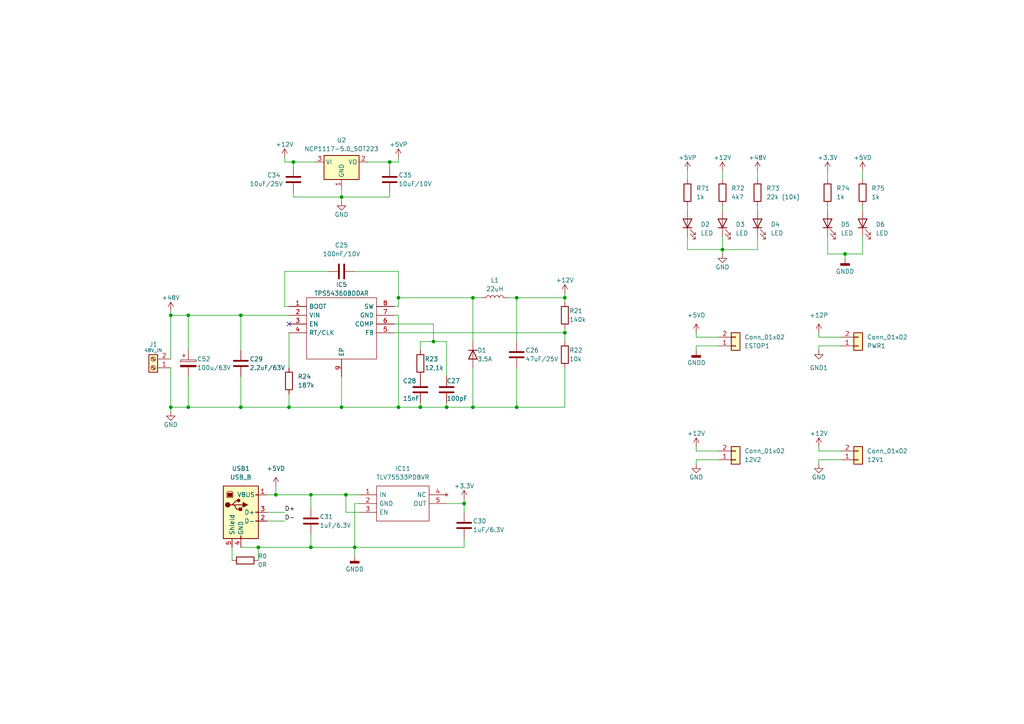
<source format=kicad_sch>
(kicad_sch (version 20230121) (generator eeschema)
  (paper "A4")
  (title_block (title "PCK Controller V1") (company "Josef Pecka"))
  (lib_symbols
    (symbol "Connector:Screw_Terminal_01x02" (pin_names (offset 1.016) hide)
      (property "Reference" "J" (at 0 2.54 0))
      (property "Value" "Screw_Terminal_01x02" (at 0 -5.08 0))
      (symbol "Screw_Terminal_01x02_1_1"
        (rectangle (start -1.27 1.27) (end 1.27 -3.81) (stroke (width 0.254)) (fill (type background)))
        (circle (center 0 -2.54) (radius 0.635) (stroke (width 0.1524)))
        (polyline (pts (xy -0.5334 -2.2098) (xy 0.3302 -3.048)) (stroke (width 0.1524)))
        (polyline (pts (xy -0.5334 0.3302) (xy 0.3302 -0.508)) (stroke (width 0.1524)))
        (polyline (pts (xy -0.3556 -2.032) (xy 0.508 -2.8702)) (stroke (width 0.1524)))
        (polyline (pts (xy -0.3556 0.508) (xy 0.508 -0.3302)) (stroke (width 0.1524)))
        (circle (center 0 0) (radius 0.635) (stroke (width 0.1524)))
        (pin passive line (at -5.08 0 0) (length 3.81) (name "Pin_1") (number "1"))
        (pin passive line (at -5.08 -2.54 0) (length 3.81) (name "Pin_2") (number "2"))
      )
    )
    (symbol "Connector:USB_B" (pin_names (offset 1.016))
      (property "Reference" "J" (at -5.08 11.43 0))
      (property "Value" "USB_B" (at -5.08 8.89 0))
      (symbol "USB_B_0_1"
        (rectangle (start -5.08 -7.62) (end 5.08 7.62) (stroke (width 0.254)) (fill (type background)))
        (circle (center -3.81 2.159) (radius 0.635) (stroke (width 0.254)) (fill (type outline)))
        (rectangle (start -3.81 5.588) (end -2.54 4.572) (fill (type outline)))
        (circle (center -0.635 3.429) (radius 0.381) (stroke (width 0.254)) (fill (type outline)))
        (rectangle (start -0.127 -7.62) (end 0.127 -6.858))
        (polyline (pts (xy -1.905 2.159) (xy 0.635 2.159)) (stroke (width 0.254)))
        (polyline (pts (xy -3.175 2.159) (xy -2.54 2.159) (xy -1.27 3.429) (xy -0.635 3.429)) (stroke (width 0.254)))
        (polyline (pts (xy -2.54 2.159) (xy -1.905 2.159) (xy -1.27 0.889) (xy 0 0.889)) (stroke (width 0.254)))
        (polyline (pts (xy 0.635 2.794) (xy 0.635 1.524) (xy 1.905 2.159) (xy 0.635 2.794)) (stroke (width 0.254)) (fill (type outline)))
        (polyline (pts (xy -4.064 4.318) (xy -2.286 4.318) (xy -2.286 5.715) (xy -2.667 6.096) (xy -3.683 6.096) (xy -4.064 5.715) (xy -4.064 4.318)))
        (rectangle (start 0.254 1.27) (end -0.508 0.508) (stroke (width 0.254)) (fill (type outline)))
        (rectangle (start 5.08 -2.667) (end 4.318 -2.413))
        (rectangle (start 5.08 -0.127) (end 4.318 0.127))
        (rectangle (start 5.08 4.953) (end 4.318 5.207))
      )
      (symbol "USB_B_1_1"
        (pin power_out line (at 7.62 5.08 180) (length 2.54) (name "VBUS") (number "1"))
        (pin bidirectional line (at 7.62 -2.54 180) (length 2.54) (name "D-") (number "2"))
        (pin bidirectional line (at 7.62 0 180) (length 2.54) (name "D+") (number "3"))
        (pin power_out line (at 0 -10.16 90) (length 2.54) (name "GND") (number "4"))
        (pin passive line (at -2.54 -10.16 90) (length 2.54) (name "Shield") (number "5"))
      )
    )
    (symbol "Connector_Generic:Conn_01x02" (pin_names (offset 1.016) hide)
      (property "Reference" "J" (at 0 2.54 0))
      (property "Value" "Conn_01x02" (at 0 -5.08 0))
      (symbol "Conn_01x02_1_1"
        (rectangle (start -1.27 -2.413) (end 0 -2.667) (stroke (width 0.1524)))
        (rectangle (start -1.27 0.127) (end 0 -0.127) (stroke (width 0.1524)))
        (rectangle (start -1.27 1.27) (end 1.27 -3.81) (stroke (width 0.254)) (fill (type background)))
        (pin passive line (at -5.08 0 0) (length 3.81) (name "Pin_1") (number "1"))
        (pin passive line (at -5.08 -2.54 0) (length 3.81) (name "Pin_2") (number "2"))
      )
    )
    (symbol "Device:C" (pin_numbers hide) (pin_names (offset 0.254))
      (property "Reference" "C" (at 0.635 2.54 0))
      (property "Value" "C" (at 0.635 -2.54 0))
      (symbol "C_0_1"
        (polyline (pts (xy -2.032 -0.762) (xy 2.032 -0.762)) (stroke (width 0.508)))
        (polyline (pts (xy -2.032 0.762) (xy 2.032 0.762)) (stroke (width 0.508)))
      )
      (symbol "C_1_1"
        (pin passive line (at 0 3.81 270) (length 2.794) (name "~") (number "1"))
        (pin passive line (at 0 -3.81 90) (length 2.794) (name "~") (number "2"))
      )
    )
    (symbol "Device:C_Polarized" (pin_numbers hide) (pin_names (offset 0.254))
      (property "Reference" "C" (at 0.635 2.54 0))
      (property "Value" "C_Polarized" (at 0.635 -2.54 0))
      (symbol "C_Polarized_0_1"
        (rectangle (start -2.286 0.508) (end 2.286 1.016))
        (polyline (pts (xy -1.778 2.286) (xy -0.762 2.286)))
        (polyline (pts (xy -1.27 2.794) (xy -1.27 1.778)))
        (rectangle (start 2.286 -0.508) (end -2.286 -1.016) (fill (type outline)))
      )
      (symbol "C_Polarized_1_1"
        (pin passive line (at 0 3.81 270) (length 2.794) (name "~") (number "1"))
        (pin passive line (at 0 -3.81 90) (length 2.794) (name "~") (number "2"))
      )
    )
    (symbol "Device:D" (pin_numbers hide) (pin_names (offset 1.016) hide)
      (property "Reference" "D" (at 0 2.54 0))
      (property "Value" "D" (at 0 -2.54 0))
      (symbol "D_0_1"
        (polyline (pts (xy -1.27 1.27) (xy -1.27 -1.27)) (stroke (width 0.254)))
        (polyline (pts (xy 1.27 0) (xy -1.27 0)))
        (polyline (pts (xy 1.27 1.27) (xy 1.27 -1.27) (xy -1.27 0) (xy 1.27 1.27)) (stroke (width 0.254)))
      )
      (symbol "D_1_1"
        (pin passive line (at -3.81 0 0) (length 2.54) (name "K") (number "1"))
        (pin passive line (at 3.81 0 180) (length 2.54) (name "A") (number "2"))
      )
    )
    (symbol "Device:L" (pin_numbers hide) (pin_names (offset 1.016) hide)
      (property "Reference" "L" (at -1.27 0 90))
      (property "Value" "L" (at 1.905 0 90))
      (symbol "L_0_1"
        (arc (start 0 -2.54) (mid 0.6323 -1.905) (end 0 -1.27))
        (arc (start 0 -1.27) (mid 0.6323 -0.635) (end 0 0))
        (arc (start 0 0) (mid 0.6323 0.635) (end 0 1.27))
        (arc (start 0 1.27) (mid 0.6323 1.905) (end 0 2.54))
      )
      (symbol "L_1_1"
        (pin passive line (at 0 3.81 270) (length 1.27) (name "1") (number "1"))
        (pin passive line (at 0 -3.81 90) (length 1.27) (name "2") (number "2"))
      )
    )
    (symbol "Device:LED" (pin_numbers hide) (pin_names (offset 1.016) hide)
      (property "Reference" "D" (at 0 2.54 0))
      (property "Value" "LED" (at 0 -2.54 0))
      (symbol "LED_0_1"
        (polyline (pts (xy -1.27 -1.27) (xy -1.27 1.27)) (stroke (width 0.254)))
        (polyline (pts (xy -1.27 0) (xy 1.27 0)))
        (polyline (pts (xy 1.27 -1.27) (xy 1.27 1.27) (xy -1.27 0) (xy 1.27 -1.27)) (stroke (width 0.254)))
        (polyline (pts (xy -3.048 -0.762) (xy -4.572 -2.286) (xy -3.81 -2.286) (xy -4.572 -2.286) (xy -4.572 -1.524)))
        (polyline (pts (xy -1.778 -0.762) (xy -3.302 -2.286) (xy -2.54 -2.286) (xy -3.302 -2.286) (xy -3.302 -1.524)))
      )
      (symbol "LED_1_1"
        (pin passive line (at -3.81 0 0) (length 2.54) (name "K") (number "1"))
        (pin passive line (at 3.81 0 180) (length 2.54) (name "A") (number "2"))
      )
    )
    (symbol "Device:R" (pin_numbers hide) (pin_names (offset 0))
      (property "Reference" "R" (at 2.032 0 90))
      (property "Value" "R" (at 0 0 90))
      (symbol "R_0_1"
        (rectangle (start -1.016 -2.54) (end 1.016 2.54) (stroke (width 0.254)))
      )
      (symbol "R_1_1"
        (pin passive line (at 0 3.81 270) (length 1.27) (name "~") (number "1"))
        (pin passive line (at 0 -3.81 90) (length 1.27) (name "~") (number "2"))
      )
    )
    (symbol "Regulator_Linear:NCP1117-5.0_SOT223"
      (property "Reference" "U" (at -3.81 3.175 0))
      (property "Value" "NCP1117-5.0_SOT223" (at 0 3.175 0))
      (symbol "NCP1117-5.0_SOT223_0_1"
        (rectangle (start -5.08 -5.08) (end 5.08 1.905) (stroke (width 0.254)) (fill (type background)))
      )
      (symbol "NCP1117-5.0_SOT223_1_1"
        (pin power_in line (at 0 -7.62 90) (length 2.54) (name "GND") (number "1"))
        (pin power_out line (at 7.62 0 180) (length 2.54) (name "VO") (number "2"))
        (pin power_in line (at -7.62 0 0) (length 2.54) (name "VI") (number "3"))
      )
    )
    (symbol "SamacSys_Parts:TLV75533PDBVR" (pin_names (offset 0.762))
      (property "Reference" "IC" (at 21.59 7.62 0))
      (property "Value" "TLV75533PDBVR" (at 21.59 5.08 0))
      (symbol "TLV75533PDBVR_0_0"
        (pin passive line (at 0 0 0) (length 5.08) (name "IN") (number "1"))
        (pin passive line (at 0 -2.54 0) (length 5.08) (name "GND") (number "2"))
        (pin passive line (at 0 -5.08 0) (length 5.08) (name "EN") (number "3"))
        (pin no_connect line (at 25.4 0 180) (length 5.08) (name "NC") (number "4"))
        (pin passive line (at 25.4 -2.54 180) (length 5.08) (name "OUT") (number "5"))
      )
      (symbol "TLV75533PDBVR_0_1"
        (polyline (pts (xy 5.08 2.54) (xy 20.32 2.54) (xy 20.32 -7.62) (xy 5.08 -7.62) (xy 5.08 2.54)) (stroke (width 0.1524)))
      )
    )
    (symbol "SamacSys_Parts:TPS54360BDDAR" (pin_names (offset 0.762))
      (property "Reference" "IC" (at 26.67 7.62 0))
      (property "Value" "TPS54360BDDAR" (at 26.67 5.08 0))
      (symbol "TPS54360BDDAR_0_0"
        (pin passive line (at 0 0 0) (length 5.08) (name "BOOT") (number "1"))
        (pin passive line (at 0 -2.54 0) (length 5.08) (name "VIN") (number "2"))
        (pin passive line (at 0 -5.08 0) (length 5.08) (name "EN") (number "3"))
        (pin passive line (at 0 -7.62 0) (length 5.08) (name "RT/CLK") (number "4"))
        (pin passive line (at 30.48 -7.62 180) (length 5.08) (name "FB") (number "5"))
        (pin passive line (at 30.48 -5.08 180) (length 5.08) (name "COMP") (number "6"))
        (pin passive line (at 30.48 -2.54 180) (length 5.08) (name "GND") (number "7"))
        (pin passive line (at 30.48 0 180) (length 5.08) (name "SW") (number "8"))
        (pin passive line (at 15.24 -20.32 90) (length 5.08) (name "EP") (number "9"))
      )
      (symbol "TPS54360BDDAR_0_1"
        (polyline (pts (xy 5.08 2.54) (xy 25.4 2.54) (xy 25.4 -15.24) (xy 5.08 -15.24) (xy 5.08 2.54)) (stroke (width 0.1524)))
      )
    )
    (symbol "power:+12P" (power) (pin_names (offset 0))
      (property "Value" "+12P" (at 0 3.556 0))
      (symbol "+12P_0_1"
        (polyline (pts (xy -0.762 1.27) (xy 0 2.54)))
        (polyline (pts (xy 0 0) (xy 0 2.54)))
        (polyline (pts (xy 0 2.54) (xy 0.762 1.27)))
      )
      (symbol "+12P_1_1"
        (pin power_in line (at 0 0 90) (length 0) hide (name "+12P") (number "1"))
      )
    )
    (symbol "power:+12V" (power) (pin_names (offset 0))
      (property "Value" "+12V" (at 0 3.556 0))
      (symbol "+12V_0_1"
        (polyline (pts (xy -0.762 1.27) (xy 0 2.54)))
        (polyline (pts (xy 0 0) (xy 0 2.54)))
        (polyline (pts (xy 0 2.54) (xy 0.762 1.27)))
      )
      (symbol "+12V_1_1"
        (pin power_in line (at 0 0 90) (length 0) hide (name "+12V") (number "1"))
      )
    )
    (symbol "power:+3.3V" (power) (pin_names (offset 0))
      (property "Value" "+3.3V" (at 0 3.556 0))
      (symbol "+3.3V_0_1"
        (polyline (pts (xy -0.762 1.27) (xy 0 2.54)))
        (polyline (pts (xy 0 0) (xy 0 2.54)))
        (polyline (pts (xy 0 2.54) (xy 0.762 1.27)))
      )
      (symbol "+3.3V_1_1"
        (pin power_in line (at 0 0 90) (length 0) hide (name "+3.3V") (number "1"))
      )
    )
    (symbol "power:+48V" (power) (pin_names (offset 0))
      (property "Value" "+48V" (at 0 3.556 0))
      (symbol "+48V_0_1"
        (polyline (pts (xy -0.762 1.27) (xy 0 2.54)))
        (polyline (pts (xy 0 0) (xy 0 2.54)))
        (polyline (pts (xy 0 2.54) (xy 0.762 1.27)))
      )
      (symbol "+48V_1_1"
        (pin power_in line (at 0 0 90) (length 0) hide (name "+48V") (number "1"))
      )
    )
    (symbol "power:+5VD" (power) (pin_names (offset 0))
      (property "Value" "+5VD" (at 0 3.556 0))
      (symbol "+5VD_0_1"
        (polyline (pts (xy -0.762 1.27) (xy 0 2.54)))
        (polyline (pts (xy 0 0) (xy 0 2.54)))
        (polyline (pts (xy 0 2.54) (xy 0.762 1.27)))
      )
      (symbol "+5VD_1_1"
        (pin power_in line (at 0 0 90) (length 0) hide (name "+5VD") (number "1"))
      )
    )
    (symbol "power:+5VP" (power) (pin_names (offset 0))
      (property "Value" "+5VP" (at 0 3.556 0))
      (symbol "+5VP_0_1"
        (polyline (pts (xy -0.762 1.27) (xy 0 2.54)))
        (polyline (pts (xy 0 0) (xy 0 2.54)))
        (polyline (pts (xy 0 2.54) (xy 0.762 1.27)))
      )
      (symbol "+5VP_1_1"
        (pin power_in line (at 0 0 90) (length 0) hide (name "+5VP") (number "1"))
      )
    )
    (symbol "power:GND" (power) (pin_names (offset 0))
      (property "Value" "GND" (at 0 -3.81 0))
      (symbol "GND_0_1"
        (polyline (pts (xy 0 0) (xy 0 -1.27) (xy 1.27 -1.27) (xy 0 -2.54) (xy -1.27 -1.27) (xy 0 -1.27)))
      )
      (symbol "GND_1_1"
        (pin power_in line (at 0 0 270) (length 0) hide (name "GND") (number "1"))
      )
    )
    (symbol "power:GND1" (power) (pin_names (offset 0))
      (property "Value" "GND1" (at 0 -3.81 0))
      (symbol "GND1_0_1"
        (polyline (pts (xy 0 0) (xy 0 -1.27) (xy 1.27 -1.27) (xy 0 -2.54) (xy -1.27 -1.27) (xy 0 -1.27)))
      )
      (symbol "GND1_1_1"
        (pin power_in line (at 0 0 270) (length 0) hide (name "GND1") (number "1"))
      )
    )
    (symbol "power:GNDD" (power) (pin_names (offset 0))
      (property "Value" "GNDD" (at 0 -3.175 0))
      (symbol "GNDD_0_1"
        (rectangle (start -1.27 -1.524) (end 1.27 -2.032) (stroke (width 0.254)) (fill (type outline)))
        (polyline (pts (xy 0 0) (xy 0 -1.524)))
      )
      (symbol "GNDD_1_1"
        (pin power_in line (at 0 0 270) (length 0) hide (name "GNDD") (number "1"))
      )
    )
  )
  (junction (at 69.85 91.44))
  (junction (at 49.53 91.44))
  (junction (at 115.57 86.36))
  (junction (at 54.61 91.44))
  (junction (at 129.54 118.11))
  (junction (at 137.16 118.11))
  (junction (at 245.11 73.66))
  (junction (at 69.85 118.11))
  (junction (at 90.17 143.51))
  (junction (at 121.92 118.11))
  (junction (at 115.57 118.11))
  (junction (at 90.17 158.75))
  (junction (at 163.83 96.52))
  (junction (at 83.82 118.11))
  (junction (at 99.06 118.11))
  (junction (at 85.09 46.99))
  (junction (at 74.93 158.75))
  (junction (at 137.16 86.36))
  (junction (at 54.61 118.11))
  (junction (at 80.01 143.51))
  (junction (at 149.86 86.36))
  (junction (at 125.73 99.06))
  (junction (at 100.33 143.51))
  (junction (at 102.87 158.75))
  (junction (at 113.03 46.99))
  (junction (at 134.62 146.05))
  (junction (at 99.06 57.15))
  (junction (at 163.83 86.36))
  (junction (at 209.55 72.39))
  (junction (at 149.86 118.11))
  (junction (at 49.53 118.11))
  (no_connect (at 83.82 93.98))
  (wire (pts (xy 49.53 91.44) (xy 49.53 90.17)))
  (wire (pts (xy 209.55 49.53) (xy 209.55 52.07)))
  (wire (pts (xy 54.61 118.11) (xy 69.85 118.11)))
  (wire (pts (xy 149.86 118.11) (xy 149.86 106.68)))
  (wire (pts (xy 85.09 46.99) (xy 91.44 46.99)))
  (wire (pts (xy 199.39 72.39) (xy 209.55 72.39)))
  (wire (pts (xy 134.62 144.78) (xy 134.62 146.05)))
  (wire (pts (xy 85.09 55.88) (xy 85.09 57.15)))
  (wire (pts (xy 83.82 118.11) (xy 99.06 118.11)))
  (wire (pts (xy 240.03 49.53) (xy 240.03 52.07)))
  (wire (pts (xy 237.49 130.81) (xy 243.84 130.81)))
  (wire (pts (xy 113.03 46.99) (xy 113.03 48.26)))
  (wire (pts (xy 115.57 86.36) (xy 115.57 88.9)))
  (wire (pts (xy 102.87 78.74) (xy 115.57 78.74)))
  (wire (pts (xy 83.82 114.3) (xy 83.82 118.11)))
  (wire (pts (xy 240.03 73.66) (xy 245.11 73.66)))
  (wire (pts (xy 77.47 148.59) (xy 82.55 148.59)))
  (wire (pts (xy 102.87 158.75) (xy 134.62 158.75)))
  (wire (pts (xy 219.71 72.39) (xy 219.71 68.58)))
  (wire (pts (xy 129.54 146.05) (xy 134.62 146.05)))
  (wire (pts (xy 129.54 118.11) (xy 137.16 118.11)))
  (wire (pts (xy 149.86 86.36) (xy 149.86 99.06)))
  (wire (pts (xy 69.85 91.44) (xy 83.82 91.44)))
  (wire (pts (xy 201.93 133.35) (xy 208.28 133.35)))
  (wire (pts (xy 99.06 118.11) (xy 115.57 118.11)))
  (wire (pts (xy 134.62 156.21) (xy 134.62 158.75)))
  (wire (pts (xy 54.61 109.22) (xy 54.61 118.11)))
  (wire (pts (xy 250.19 59.69) (xy 250.19 60.96)))
  (wire (pts (xy 115.57 46.99) (xy 115.57 45.72)))
  (wire (pts (xy 219.71 49.53) (xy 219.71 52.07)))
  (wire (pts (xy 149.86 86.36) (xy 163.83 86.36)))
  (wire (pts (xy 121.92 116.84) (xy 121.92 118.11)))
  (wire (pts (xy 134.62 146.05) (xy 134.62 148.59)))
  (wire (pts (xy 113.03 57.15) (xy 113.03 55.88)))
  (wire (pts (xy 147.32 86.36) (xy 149.86 86.36)))
  (wire (pts (xy 237.49 96.52) (xy 237.49 97.79)))
  (wire (pts (xy 115.57 78.74) (xy 115.57 86.36)))
  (wire (pts (xy 49.53 91.44) (xy 54.61 91.44)))
  (wire (pts (xy 115.57 118.11) (xy 121.92 118.11)))
  (wire (pts (xy 99.06 57.15) (xy 113.03 57.15)))
  (wire (pts (xy 240.03 68.58) (xy 240.03 73.66)))
  (wire (pts (xy 245.11 74.93) (xy 245.11 73.66)))
  (wire (pts (xy 90.17 154.94) (xy 90.17 158.75)))
  (wire (pts (xy 82.55 88.9) (xy 83.82 88.9)))
  (wire (pts (xy 67.31 158.75) (xy 67.31 162.56)))
  (wire (pts (xy 90.17 158.75) (xy 102.87 158.75)))
  (wire (pts (xy 201.93 129.54) (xy 201.93 130.81)))
  (wire (pts (xy 250.19 49.53) (xy 250.19 52.07)))
  (wire (pts (xy 208.28 97.79) (xy 201.93 97.79)))
  (wire (pts (xy 137.16 106.68) (xy 137.16 118.11)))
  (wire (pts (xy 114.3 96.52) (xy 163.83 96.52)))
  (wire (pts (xy 114.3 91.44) (xy 115.57 91.44)))
  (wire (pts (xy 199.39 49.53) (xy 199.39 52.07)))
  (wire (pts (xy 209.55 68.58) (xy 209.55 72.39)))
  (wire (pts (xy 245.11 73.66) (xy 250.19 73.66)))
  (wire (pts (xy 201.93 130.81) (xy 208.28 130.81)))
  (wire (pts (xy 114.3 93.98) (xy 125.73 93.98)))
  (wire (pts (xy 209.55 73.66) (xy 209.55 72.39)))
  (wire (pts (xy 82.55 88.9) (xy 82.55 78.74)))
  (wire (pts (xy 82.55 45.72) (xy 82.55 46.99)))
  (wire (pts (xy 83.82 96.52) (xy 83.82 106.68)))
  (wire (pts (xy 237.49 101.6) (xy 237.49 100.33)))
  (wire (pts (xy 201.93 134.62) (xy 201.93 133.35)))
  (wire (pts (xy 77.47 143.51) (xy 80.01 143.51)))
  (wire (pts (xy 49.53 106.68) (xy 49.53 118.11)))
  (wire (pts (xy 129.54 99.06) (xy 129.54 109.22)))
  (wire (pts (xy 49.53 91.44) (xy 49.53 104.14)))
  (wire (pts (xy 90.17 147.32) (xy 90.17 143.51)))
  (wire (pts (xy 149.86 118.11) (xy 163.83 118.11)))
  (wire (pts (xy 163.83 86.36) (xy 163.83 85.09)))
  (wire (pts (xy 69.85 101.6) (xy 69.85 91.44)))
  (wire (pts (xy 240.03 59.69) (xy 240.03 60.96)))
  (wire (pts (xy 99.06 109.22) (xy 99.06 118.11)))
  (wire (pts (xy 121.92 118.11) (xy 129.54 118.11)))
  (wire (pts (xy 163.83 95.25) (xy 163.83 96.52)))
  (wire (pts (xy 121.92 99.06) (xy 125.73 99.06)))
  (wire (pts (xy 199.39 68.58) (xy 199.39 72.39)))
  (wire (pts (xy 80.01 143.51) (xy 90.17 143.51)))
  (wire (pts (xy 69.85 158.75) (xy 74.93 158.75)))
  (wire (pts (xy 250.19 73.66) (xy 250.19 68.58)))
  (wire (pts (xy 104.14 148.59) (xy 100.33 148.59)))
  (wire (pts (xy 77.47 151.13) (xy 82.55 151.13)))
  (wire (pts (xy 54.61 91.44) (xy 69.85 91.44)))
  (wire (pts (xy 100.33 143.51) (xy 104.14 143.51)))
  (wire (pts (xy 137.16 86.36) (xy 139.7 86.36)))
  (wire (pts (xy 199.39 59.69) (xy 199.39 60.96)))
  (wire (pts (xy 115.57 86.36) (xy 137.16 86.36)))
  (wire (pts (xy 100.33 143.51) (xy 100.33 148.59)))
  (wire (pts (xy 102.87 146.05) (xy 102.87 158.75)))
  (wire (pts (xy 54.61 91.44) (xy 54.61 101.6)))
  (wire (pts (xy 237.49 134.62) (xy 237.49 133.35)))
  (wire (pts (xy 219.71 59.69) (xy 219.71 60.96)))
  (wire (pts (xy 237.49 97.79) (xy 243.84 97.79)))
  (wire (pts (xy 74.93 158.75) (xy 90.17 158.75)))
  (wire (pts (xy 209.55 72.39) (xy 219.71 72.39)))
  (wire (pts (xy 201.93 97.79) (xy 201.93 96.52)))
  (wire (pts (xy 102.87 161.29) (xy 102.87 158.75)))
  (wire (pts (xy 69.85 109.22) (xy 69.85 118.11)))
  (wire (pts (xy 201.93 100.33) (xy 201.93 101.6)))
  (wire (pts (xy 49.53 118.11) (xy 54.61 118.11)))
  (wire (pts (xy 82.55 78.74) (xy 95.25 78.74)))
  (wire (pts (xy 106.68 46.99) (xy 113.03 46.99)))
  (wire (pts (xy 137.16 86.36) (xy 137.16 99.06)))
  (wire (pts (xy 80.01 140.97) (xy 80.01 143.51)))
  (wire (pts (xy 209.55 59.69) (xy 209.55 60.96)))
  (wire (pts (xy 163.83 96.52) (xy 163.83 99.06)))
  (wire (pts (xy 99.06 58.42) (xy 99.06 57.15)))
  (wire (pts (xy 137.16 118.11) (xy 149.86 118.11)))
  (wire (pts (xy 163.83 86.36) (xy 163.83 87.63)))
  (wire (pts (xy 49.53 119.38) (xy 49.53 118.11)))
  (wire (pts (xy 99.06 54.61) (xy 99.06 57.15)))
  (wire (pts (xy 129.54 116.84) (xy 129.54 118.11)))
  (wire (pts (xy 237.49 129.54) (xy 237.49 130.81)))
  (wire (pts (xy 237.49 133.35) (xy 243.84 133.35)))
  (wire (pts (xy 69.85 118.11) (xy 83.82 118.11)))
  (wire (pts (xy 121.92 99.06) (xy 121.92 101.6)))
  (wire (pts (xy 85.09 48.26) (xy 85.09 46.99)))
  (wire (pts (xy 115.57 88.9) (xy 114.3 88.9)))
  (wire (pts (xy 208.28 100.33) (xy 201.93 100.33)))
  (wire (pts (xy 163.83 106.68) (xy 163.83 118.11)))
  (wire (pts (xy 104.14 146.05) (xy 102.87 146.05)))
  (wire (pts (xy 85.09 57.15) (xy 99.06 57.15)))
  (wire (pts (xy 125.73 99.06) (xy 129.54 99.06)))
  (wire (pts (xy 237.49 100.33) (xy 243.84 100.33)))
  (wire (pts (xy 125.73 93.98) (xy 125.73 99.06)))
  (wire (pts (xy 113.03 46.99) (xy 115.57 46.99)))
  (wire (pts (xy 90.17 143.51) (xy 100.33 143.51)))
  (wire (pts (xy 82.55 46.99) (xy 85.09 46.99)))
  (wire (pts (xy 115.57 91.44) (xy 115.57 118.11)))
  (wire (pts (xy 74.93 158.75) (xy 74.93 162.56)))
  (label "D+" (at 82.55 148.59 0))
  (label "D-" (at 82.55 151.13 0))
  (symbol (lib_id "power:+5VP") (at 199.39 49.53 0) (unit 1)
    (property "Reference" "#PWR0162" (effects hide))
    (property "Value" "+5VP" (at 199.39 45.72 0))
    (instances (project "CNC_board" (path "" (reference "#PWR0162") (unit 1))) (project "Schematic_export" (path "" (reference "#PWR0153") (unit 1))))
  )
  (symbol (lib_id "Regulator_Linear:NCP1117-5.0_SOT223") (at 99.06 46.99 0) (unit 1)
    (property "Reference" "U2" (at 99.06 40.64 0))
    (property "Value" "NCP1117-5.0_SOT223" (at 99.06 43.18 0))
    (property "Footprint" "Package_TO_SOT_SMD:SOT-223-3_TabPin2" (effects hide))
    (property "Datasheet" "http://www.onsemi.com/pub_link/Collateral/NCP1117-D.PDF" (effects hide))
    (instances (project "CNC_board" (path "" (reference "U2") (unit 1))) (project "Schematic_export" (path "" (reference "U18") (unit 1))))
  )
  (symbol (lib_id "Device:C") (at 113.03 52.07 0) (unit 1)
    (property "Reference" "C35" (at 115.57 50.8 0) (effects (justify left)))
    (property "Value" "10uF/10V" (at 115.57 53.34 0) (effects (justify left)))
    (property "Footprint" "Capacitor_SMD:C_0805_2012Metric" (effects hide))
    (instances (project "CNC_board" (path "" (reference "C35") (unit 1))) (project "Schematic_export" (path "" (reference "C61") (unit 1))))
  )
  (symbol (lib_id "power:+3.3V") (at 240.03 49.53 0) (unit 1)
    (property "Reference" "#PWR0165" (effects hide))
    (property "Value" "+3.3V" (at 240.03 45.72 0))
    (instances (project "CNC_board" (path "" (reference "#PWR0165") (unit 1))) (project "Schematic_export" (path "" (reference "#PWR0157") (unit 1))))
  )
  (symbol (lib_id "power:+5VD") (at 250.19 49.53 0) (unit 1)
    (property "Reference" "#PWR0166" (effects hide))
    (property "Value" "+5VD" (at 250.19 45.72 0))
    (instances (project "CNC_board" (path "" (reference "#PWR0166") (unit 1))) (project "Schematic_export" (path "" (reference "#PWR0159") (unit 1))))
  )
  (symbol (lib_id "power:+12V") (at 201.93 129.54 0) (unit 1)
    (property "Reference" "#PWR0158" (effects hide))
    (property "Value" "+12V" (at 201.93 125.73 0))
    (instances (project "CNC_board" (path "" (reference "#PWR0158") (unit 1))) (project "Schematic_export" (path "" (reference "#PWR0164") (unit 1))))
  )
  (symbol (lib_id "power:GND1") (at 237.49 101.6 0) (unit 1)
    (property "Reference" "#PWR0147" (effects hide))
    (property "Value" "GND1" (at 237.49 106.68 0))
    (instances (project "CNC_board" (path "" (reference "#PWR0147") (unit 1))) (project "Schematic_export" (path "" (reference "#PWR0161") (unit 1))))
  )
  (symbol (lib_id "power:GND") (at 49.53 119.38 0) (unit 1)
    (property "Reference" "#PWR022" (effects hide))
    (property "Value" "GND" (at 49.53 123.19 0))
    (instances (project "CNC_board" (path "" (reference "#PWR022") (unit 1))) (project "Schematic_export" (path "" (reference "#PWR0145") (unit 1))) (project "CNC_controll_board" (path "" (reference "#PWR06") (unit 1))))
  )
  (symbol (lib_id "power:GND") (at 209.55 73.66 0) (unit 1)
    (property "Reference" "#PWR0161" (effects hide))
    (property "Value" "GND" (at 209.55 77.47 0))
    (instances (project "CNC_board" (path "" (reference "#PWR0161") (unit 1))) (project "Schematic_export" (path "" (reference "#PWR0155") (unit 1))) (project "CNC_controll_board" (path "" (reference "#PWR03") (unit 1))))
  )
  (symbol (lib_id "Device:R") (at 163.83 102.87 0) (unit 1)
    (property "Reference" "R22" (at 165.1 101.6 0) (effects (justify left)))
    (property "Value" "10k" (at 165.1 104.14 0) (effects (justify left)))
    (property "Footprint" "Resistor_SMD:R_0603_1608Metric" (effects hide))
    (instances (project "CNC_board" (path "" (reference "R22") (unit 1))) (project "Schematic_export" (path "" (reference "R78") (unit 1))))
  )
  (symbol (lib_id "power:+48V") (at 219.71 49.53 0) (unit 1)
    (property "Reference" "#PWR0164" (effects hide))
    (property "Value" "+48V" (at 219.71 45.72 0))
    (instances (project "CNC_board" (path "" (reference "#PWR0164") (unit 1))) (project "Schematic_export" (path "" (reference "#PWR0156") (unit 1))))
  )
  (symbol (lib_id "Device:C") (at 134.62 152.4 0) (unit 1)
    (property "Reference" "C30" (at 137.16 151.13 0) (effects (justify left)))
    (property "Value" "1uF/6.3V" (at 137.16 153.67 0) (effects (justify left)))
    (property "Footprint" "Capacitor_SMD:C_0402_1005Metric" (effects hide))
    (instances (project "CNC_board" (path "" (reference "C30") (unit 1))) (project "Schematic_export" (path "" (reference "C66") (unit 1))))
  )
  (symbol (lib_id "Connector_Generic:Conn_01x02") (at 213.36 133.35 0) (mirror x) (unit 1)
    (property "Reference" "12V2" (at 215.9 133.35 0) (effects (justify left)))
    (property "Value" "Conn_01x02" (at 215.9 130.81 0) (effects (justify left)))
    (property "Footprint" "Connector_JST:JST_XH_B2B-XH-A_1x02_P2.50mm_Vertical" (effects hide))
  )
  (symbol (lib_id "Device:R") (at 199.39 55.88 0) (unit 1)
    (property "Reference" "R71" (at 201.93 54.61 0) (effects (justify left)))
    (property "Value" "1k" (at 201.93 57.15 0) (effects (justify left)))
    (property "Footprint" "Resistor_SMD:R_0603_1608Metric" (effects hide))
    (instances (project "CNC_board" (path "" (reference "R71") (unit 1))) (project "Schematic_export" (path "" (reference "R80") (unit 1))))
  )
  (symbol (lib_id "power:GND") (at 201.93 134.62 0) (unit 1)
    (property "Reference" "#PWR0160" (effects hide))
    (property "Value" "GND" (at 201.93 138.43 0))
    (instances (project "CNC_board" (path "" (reference "#PWR0160") (unit 1))) (project "Schematic_export" (path "" (reference "#PWR0165") (unit 1))) (project "CNC_controll_board" (path "" (reference "#PWR06") (unit 1))))
  )
  (symbol (lib_id "power:+5VD") (at 80.01 140.97 0) (unit 1)
    (property "Reference" "#PWR0105" (effects hide))
    (property "Value" "+5VD" (at 80.01 135.89 0))
    (instances (project "CNC_board" (path "" (reference "#PWR0105") (unit 1))) (project "Schematic_export" (path "" (reference "#PWR0150") (unit 1))))
  )
  (symbol (lib_id "power:+12V") (at 237.49 129.54 0) (unit 1)
    (property "Reference" "#PWR0149" (effects hide))
    (property "Value" "+12V" (at 237.49 125.73 0))
    (instances (project "CNC_board" (path "" (reference "#PWR0149") (unit 1))) (project "Schematic_export" (path "" (reference "#PWR0162") (unit 1))))
  )
  (symbol (lib_id "power:GNDD") (at 102.87 161.29 0) (unit 1)
    (property "Reference" "#PWR025" (effects hide))
    (property "Value" "GNDD" (at 102.87 165.1 0))
    (instances (project "CNC_board" (path "" (reference "#PWR025") (unit 1))) (project "Schematic_export" (path "" (reference "#PWR0151") (unit 1))))
  )
  (symbol (lib_id "power:+5VP") (at 115.57 45.72 0) (unit 1)
    (property "Reference" "#PWR052" (effects hide))
    (property "Value" "+5VP" (at 115.57 41.91 0))
    (instances (project "CNC_board" (path "" (reference "#PWR052") (unit 1))) (project "Schematic_export" (path "" (reference "#PWR0148") (unit 1))))
  )
  (symbol (lib_id "Device:R") (at 209.55 55.88 0) (unit 1)
    (property "Reference" "R72" (at 212.09 54.61 0) (effects (justify left)))
    (property "Value" "4k7" (at 212.09 57.15 0) (effects (justify left)))
    (property "Footprint" "Resistor_SMD:R_0603_1608Metric" (effects hide))
    (instances (project "CNC_board" (path "" (reference "R72") (unit 1))) (project "Schematic_export" (path "" (reference "R81") (unit 1))))
  )
  (symbol (lib_id "Connector_Generic:Conn_01x02") (at 248.92 133.35 0) (mirror x) (unit 1)
    (property "Reference" "12V1" (at 251.46 133.35 0) (effects (justify left)))
    (property "Value" "Conn_01x02" (at 251.46 130.81 0) (effects (justify left)))
    (property "Footprint" "Connector_JST:JST_XH_B2B-XH-A_1x02_P2.50mm_Vertical" (effects hide))
  )
  (symbol (lib_id "Device:L") (at 143.51 86.36 90) (unit 1)
    (property "Reference" "L1" (at 143.51 81.28 90))
    (property "Value" "22uH" (at 143.51 83.82 90))
    (property "Footprint" "Inductor_SMD:L_12x12mm_H8mm" (effects hide))
  )
  (symbol (lib_id "SamacSys_Parts:TPS54360BDDAR") (at 83.82 88.9 0) (unit 1)
    (property "Reference" "IC5" (at 99.06 82.55 0))
    (property "Value" "TPS54360BDDAR" (at 99.06 85.09 0))
    (property "Footprint" "SamacSys_Parts:SOIC127P600X170-9N" (effects hide))
    (property "Datasheet" "http://www.ti.com/lit/gpn/TPS54360B" (effects hide))
    (property "Description" "60-V input, 3.5-A, step-down DC/DC converter with Eco-Mode" (effects hide))
    (property "Height" "1.7" (effects hide))
    (property "Mouser Part Number" "595-TPS54360BDDAR" (effects hide))
    (property "Mouser Price/Stock" "https://www.mouser.co.uk/ProductDetail/Texas-Instruments/TPS54360BDDAR?qs=l7cgNqFNU1iKlQpZ394odQ%3D%3D" (effects hide))
    (property "Manufacturer_Name" "Texas Instruments" (effects hide))
    (property "Manufacturer_Part_Number" "TPS54360BDDAR" (effects hide))
    (instances (project "CNC_board" (path "" (reference "IC5") (unit 1))) (project "Schematic_export" (path "" (reference "IC11") (unit 1))))
  )
  (symbol (lib_id "Device:C") (at 85.09 52.07 0) (unit 1)
    (property "Reference" "C34" (at 77.47 50.8 0) (effects (justify left)))
    (property "Value" "10uF/25V" (at 72.39 53.34 0) (effects (justify left)))
    (property "Footprint" "Capacitor_SMD:C_0805_2012Metric" (effects hide))
    (instances (project "CNC_board" (path "" (reference "C34") (unit 1))) (project "Schematic_export" (path "" (reference "C59") (unit 1))))
  )
  (symbol (lib_id "power:+12V") (at 163.83 85.09 0) (unit 1)
    (property "Reference" "#PWR021" (effects hide))
    (property "Value" "+12V" (at 163.83 81.28 0))
    (instances (project "CNC_board" (path "" (reference "#PWR021") (unit 1))) (project "Schematic_export" (path "" (reference "#PWR0149") (unit 1))))
  )
  (symbol (lib_id "Device:R") (at 83.82 110.49 0) (unit 1)
    (property "Reference" "R24" (at 86.36 109.22 0) (effects (justify left)))
    (property "Value" "187k" (at 86.36 111.76 0) (effects (justify left)))
    (property "Footprint" "Resistor_SMD:R_0603_1608Metric" (effects hide))
    (instances (project "CNC_board" (path "" (reference "R24") (unit 1))) (project "Schematic_export" (path "" (reference "R75") (unit 1))))
  )
  (symbol (lib_id "power:GNDD") (at 245.11 74.93 0) (unit 1)
    (property "Reference" "#PWR0167" (effects hide))
    (property "Value" "GNDD" (at 245.11 78.74 0))
    (instances (project "CNC_board" (path "" (reference "#PWR0167") (unit 1))) (project "Schematic_export" (path "" (reference "#PWR0158") (unit 1))))
  )
  (symbol (lib_id "Device:R") (at 240.03 55.88 0) (unit 1)
    (property "Reference" "R74" (at 242.57 54.61 0) (effects (justify left)))
    (property "Value" "1k" (at 242.57 57.15 0) (effects (justify left)))
    (property "Footprint" "Resistor_SMD:R_0402_1005Metric" (effects hide))
    (instances (project "CNC_board" (path "" (reference "R74") (unit 1))) (project "Schematic_export" (path "" (reference "R83") (unit 1))))
  )
  (symbol (lib_id "Device:LED") (at 199.39 64.77 90) (unit 1)
    (property "Reference" "D2" (at 203.2 65.0875 90) (effects (justify right)))
    (property "Value" "LED" (at 203.2 67.6275 90) (effects (justify right)))
    (property "Footprint" "LED_SMD:LED_0603_1608Metric" (effects hide))
  )
  (symbol (lib_id "Device:C") (at 149.86 102.87 0) (unit 1)
    (property "Reference" "C26" (at 152.4 101.6 0) (effects (justify left)))
    (property "Value" "47uF/25V" (at 152.4 104.14 0) (effects (font (size 1.25 1.25)) (justify left)))
    (property "Footprint" "Capacitor_SMD:C_1210_3225Metric" (effects hide))
    (instances (project "CNC_board" (path "" (reference "C26") (unit 1))) (project "Schematic_export" (path "" (reference "C64") (unit 1))) (project "CNC_controll_board" (path "" (reference "C5") (unit 1))))
  )
  (symbol (lib_id "Connector:Screw_Terminal_01x02") (at 44.45 106.68 180) (unit 1)
    (property "Reference" "J1" (at 44.4905 99.8839 0))
    (property "Value" "48V_IN" (at 44.45 101.6 0) (effects (font (size 1 1))))
    (property "Footprint" "TerminalBlock_Phoenix:TerminalBlock_Phoenix_MKDS-1,5-2_1x02_P5.00mm_Horizontal" (effects hide))
    (instances (project "CNC_board" (path "" (reference "J1") (unit 1))) (project "Schematic_export" (path "" (reference "J42") (unit 1))))
  )
  (symbol (lib_id "power:+48V") (at 49.53 90.17 0) (unit 1)
    (property "Reference" "#PWR024" (effects hide))
    (property "Value" "+48V" (at 49.53 86.36 0))
    (instances (project "CNC_board" (path "" (reference "#PWR024") (unit 1))) (project "Schematic_export" (path "" (reference "#PWR0144") (unit 1))))
  )
  (symbol (lib_id "Device:LED") (at 250.19 64.77 90) (unit 1)
    (property "Reference" "D6" (at 254 65.0875 90) (effects (justify right)))
    (property "Value" "LED" (at 254 67.6275 90) (effects (justify right)))
    (property "Footprint" "LED_SMD:LED_0603_1608Metric" (effects hide))
  )
  (symbol (lib_id "Device:C") (at 90.17 151.13 0) (unit 1)
    (property "Reference" "C31" (at 92.71 149.86 0) (effects (justify left)))
    (property "Value" "1uF/6.3V" (at 92.71 152.4 0) (effects (justify left)))
    (property "Footprint" "Capacitor_SMD:C_0402_1005Metric" (effects hide))
    (instances (project "CNC_board" (path "" (reference "C31") (unit 1))) (project "Schematic_export" (path "" (reference "C65") (unit 1))))
  )
  (symbol (lib_id "power:GND") (at 99.06 58.42 0) (unit 1)
    (property "Reference" "#PWR046" (effects hide))
    (property "Value" "GND" (at 99.06 62.23 0))
    (instances (project "CNC_board" (path "" (reference "#PWR046") (unit 1))) (project "Schematic_export" (path "" (reference "#PWR0147") (unit 1))) (project "CNC_controll_board" (path "" (reference "#PWR06") (unit 1))))
  )
  (symbol (lib_id "Device:LED") (at 219.71 64.77 90) (unit 1)
    (property "Reference" "D4" (at 223.52 65.0875 90) (effects (justify right)))
    (property "Value" "LED" (at 223.52 67.6275 90) (effects (justify right)))
    (property "Footprint" "LED_SMD:LED_0603_1608Metric" (effects hide))
  )
  (symbol (lib_id "Device:R") (at 163.83 91.44 0) (unit 1)
    (property "Reference" "R21" (at 165.1 90.17 0) (effects (justify left)))
    (property "Value" "140k" (at 165.1 92.71 0) (effects (justify left)))
    (property "Footprint" "Resistor_SMD:R_0603_1608Metric" (effects hide))
    (instances (project "CNC_board" (path "" (reference "R21") (unit 1))) (project "Schematic_export" (path "" (reference "R77") (unit 1))))
  )
  (symbol (lib_id "Connector_Generic:Conn_01x02") (at 248.92 100.33 0) (mirror x) (unit 1)
    (property "Reference" "PWR1" (at 251.46 100.33 0) (effects (justify left)))
    (property "Value" "Conn_01x02" (at 251.46 97.79 0) (effects (justify left)))
    (property "Footprint" "Connector_JST:JST_XH_B2B-XH-A_1x02_P2.50mm_Vertical" (effects hide))
  )
  (symbol (lib_id "Device:C") (at 69.85 105.41 0) (unit 1)
    (property "Reference" "C29" (at 72.39 104.14 0) (effects (justify left)))
    (property "Value" "2.2uF/63V" (at 72.39 106.68 0) (effects (justify left)))
    (property "Footprint" "Capacitor_SMD:C_1210_3225Metric" (effects hide))
    (instances (project "CNC_board" (path "" (reference "C29") (unit 1))) (project "Schematic_export" (path "" (reference "C58") (unit 1))))
  )
  (symbol (lib_id "Device:R") (at 250.19 55.88 0) (unit 1)
    (property "Reference" "R75" (at 252.73 54.61 0) (effects (justify left)))
    (property "Value" "1k" (at 252.73 57.15 0) (effects (justify left)))
    (property "Footprint" "Resistor_SMD:R_0402_1005Metric" (effects hide))
    (instances (project "CNC_board" (path "" (reference "R75") (unit 1))) (project "Schematic_export" (path "" (reference "R84") (unit 1))))
  )
  (symbol (lib_id "power:+5VD") (at 201.93 96.52 0) (mirror y) (unit 1)
    (property "Reference" "#PWR0169" (effects hide))
    (property "Value" "+5VD" (at 201.93 91.44 0))
    (instances (project "CNC_board" (path "" (reference "#PWR0169") (unit 1))) (project "Schematic_export" (path "" (reference "#PWR011") (unit 1)) (path "" (reference "#PWR011") (unit 1))))
  )
  (symbol (lib_id "power:GNDD") (at 201.93 101.6 0) (unit 1)
    (property "Reference" "#PWR0168" (effects hide))
    (property "Value" "GNDD" (at 204.6973 105.2273 0) (effects (justify right)))
    (instances (project "CNC_board" (path "" (reference "#PWR0168") (unit 1))) (project "Schematic_export" (path "" (reference "#PWR012") (unit 1)) (path "" (reference "#PWR012") (unit 1))))
  )
  (symbol (lib_id "Connector:USB_B") (at 69.85 148.59 0) (unit 1)
    (property "Reference" "USB1" (at 69.85 135.89 0))
    (property "Value" "USB_B" (at 69.85 138.43 0))
    (property "Footprint" "NEW_USB:USB_B_OST_USB-B1HSxx_Horizontal_NEW" (effects hide))
    (property "Datasheet" " ~" (effects hide))
  )
  (symbol (lib_id "power:+3.3V") (at 134.62 144.78 0) (unit 1)
    (property "Reference" "#PWR032" (effects hide))
    (property "Value" "+3.3V" (at 134.62 140.97 0))
    (instances (project "CNC_board" (path "" (reference "#PWR032") (unit 1))) (project "Schematic_export" (path "" (reference "#PWR0152") (unit 1))))
  )
  (symbol (lib_id "Device:C_Polarized") (at 54.61 105.41 0) (unit 1)
    (property "Reference" "C52" (at 57.15 104.14 0) (effects (justify left)))
    (property "Value" "100u/63V" (at 57.15 106.68 0) (effects (justify left)))
    (property "Footprint" "Capacitor_SMD:CP_Elec_10x12.5" (effects hide))
    (instances (project "CNC_board" (path "" (reference "C52") (unit 1))) (project "Schematic_export" (path "" (reference "C57") (unit 1))))
  )
  (symbol (lib_id "Connector_Generic:Conn_01x02") (at 213.36 100.33 0) (mirror x) (unit 1)
    (property "Reference" "ESTOP1" (at 215.9 100.33 0) (effects (justify left)))
    (property "Value" "Conn_01x02" (at 215.9 97.79 0) (effects (justify left)))
    (property "Footprint" "Connector_JST:JST_XH_B2B-XH-A_1x02_P2.50mm_Vertical" (effects hide))
    (instances (project "CNC_board" (path "" (reference "ESTOP1") (unit 1))) (project "Schematic_export" (path "" (reference "ESTOP1") (unit 1)) (path "" (reference "5VOUT") (unit 1))))
  )
  (symbol (lib_id "Device:LED") (at 240.03 64.77 90) (unit 1)
    (property "Reference" "D5" (at 243.84 65.0875 90) (effects (justify right)))
    (property "Value" "LED" (at 243.84 67.6275 90) (effects (justify right)))
    (property "Footprint" "LED_SMD:LED_0603_1608Metric" (effects hide))
  )
  (symbol (lib_id "power:GND") (at 237.49 134.62 0) (unit 1)
    (property "Reference" "#PWR0150" (effects hide))
    (property "Value" "GND" (at 237.49 138.43 0))
    (instances (project "CNC_board" (path "" (reference "#PWR0150") (unit 1))) (project "Schematic_export" (path "" (reference "#PWR0163") (unit 1))) (project "CNC_controll_board" (path "" (reference "#PWR06") (unit 1))))
  )
  (symbol (lib_id "Device:R") (at 121.92 105.41 0) (unit 1)
    (property "Reference" "R23" (at 123.19 104.14 0) (effects (justify left)))
    (property "Value" "12,1k" (at 123.19 106.68 0) (effects (justify left)))
    (property "Footprint" "Resistor_SMD:R_0603_1608Metric" (effects hide))
    (instances (project "CNC_board" (path "" (reference "R23") (unit 1))) (project "Schematic_export" (path "" (reference "R76") (unit 1))))
  )
  (symbol (lib_id "Device:LED") (at 209.55 64.77 90) (unit 1)
    (property "Reference" "D3" (at 213.36 65.0875 90) (effects (justify right)))
    (property "Value" "LED" (at 213.36 67.6275 90) (effects (justify right)))
    (property "Footprint" "LED_SMD:LED_0603_1608Metric" (effects hide))
  )
  (symbol (lib_id "Device:C") (at 129.54 113.03 0) (unit 1)
    (property "Reference" "C27" (at 129.54 110.49 0) (effects (justify left)))
    (property "Value" "100pF" (at 129.54 115.57 0) (effects (justify left)))
    (property "Footprint" "Capacitor_SMD:C_0603_1608Metric" (effects hide))
    (instances (project "CNC_board" (path "" (reference "C27") (unit 1))) (project "Schematic_export" (path "" (reference "C63") (unit 1))))
  )
  (symbol (lib_id "Device:R") (at 71.12 162.56 90) (unit 1)
    (property "Reference" "R0" (at 77.47 161.29 90) (effects (justify left)))
    (property "Value" "0R" (at 77.47 163.83 90) (effects (justify left)))
    (property "Footprint" "Resistor_SMD:R_0603_1608Metric" (effects hide))
    (instances (project "CNC_board" (path "" (reference "R0") (unit 1))) (project "Schematic_export" (path "" (reference "R79") (unit 1))))
  )
  (symbol (lib_id "SamacSys_Parts:TLV75533PDBVR") (at 104.14 143.51 0) (unit 1)
    (property "Reference" "IC11" (at 116.84 135.89 0))
    (property "Value" "TLV75533PDBVR" (at 116.84 138.43 0))
    (property "Footprint" "SamacSys_Parts:SOT95P280X145-5N" (effects hide))
    (property "Datasheet" "http://www.ti.com/lit/gpn/tlv755p" (effects hide))
    (property "Description" "LDO Voltage Regulators 500-mA, Low IQ, Small Size, Low Dropout Regulator 5-SOT-23 -40 to 125" (effects hide))
    (property "Height" "1.45" (effects hide))
    (property "Mouser Part Number" "595-TLV75533PDBVR" (effects hide))
    (property "Mouser Price/Stock" "https://www.mouser.co.uk/ProductDetail/Texas-Instruments/TLV75533PDBVR?qs=55YtniHzbhAKEwqeO2xJXQ%3D%3D" (effects hide))
    (property "Manufacturer_Name" "Texas Instruments" (effects hide))
    (property "Manufacturer_Part_Number" "TLV75533PDBVR" (effects hide))
    (instances (project "CNC_board" (path "" (reference "IC11") (unit 1))) (project "Schematic_export" (path "" (reference "IC12") (unit 1))))
  )
  (symbol (lib_id "Device:D") (at 137.16 102.87 270) (unit 1)
    (property "Reference" "D1" (at 138.43 101.6 90) (effects (justify left)))
    (property "Value" "3.5A" (at 138.43 104.14 90) (effects (justify left)))
    (property "Footprint" "Diode_SMD:D_SMA" (effects hide))
    (property "Sim.Device" "D" (effects hide))
    (property "Sim.Pins" "1=K 2=A" (effects hide))
  )
  (symbol (lib_id "Device:C") (at 121.92 113.03 0) (unit 1)
    (property "Reference" "C28" (at 116.84 110.49 0) (effects (justify left)))
    (property "Value" "15nF" (at 116.84 115.57 0) (effects (justify left)))
    (property "Footprint" "Capacitor_SMD:C_0603_1608Metric" (effects hide))
    (instances (project "CNC_board" (path "" (reference "C28") (unit 1))) (project "Schematic_export" (path "" (reference "C62") (unit 1))))
  )
  (symbol (lib_id "power:+12P") (at 237.49 96.52 0) (unit 1)
    (property "Reference" "#PWR0146" (effects hide))
    (property "Value" "+12P" (at 237.49 91.44 0))
    (instances (project "CNC_board" (path "" (reference "#PWR0146") (unit 1))) (project "Schematic_export" (path "" (reference "#PWR0160") (unit 1))))
  )
  (symbol (lib_id "Device:R") (at 219.71 55.88 0) (unit 1)
    (property "Reference" "R73" (at 222.25 54.61 0) (effects (justify left)))
    (property "Value" "22k (10k)" (at 222.25 57.15 0) (effects (justify left)))
    (property "Footprint" "Resistor_SMD:R_0603_1608Metric" (effects hide))
    (instances (project "CNC_board" (path "" (reference "R73") (unit 1))) (project "Schematic_export" (path "" (reference "R82") (unit 1))))
  )
  (symbol (lib_id "power:+12V") (at 209.55 49.53 0) (unit 1)
    (property "Reference" "#PWR0163" (effects hide))
    (property "Value" "+12V" (at 209.55 45.72 0))
    (instances (project "CNC_board" (path "" (reference "#PWR0163") (unit 1))) (project "Schematic_export" (path "" (reference "#PWR0154") (unit 1))))
  )
  (symbol (lib_id "Device:C") (at 99.06 78.74 90) (unit 1)
    (property "Reference" "C25" (at 99.06 71.12 90))
    (property "Value" "100nF/10V" (at 99.06 73.66 90))
    (property "Footprint" "Capacitor_SMD:C_0603_1608Metric" (effects hide))
    (instances (project "CNC_board" (path "" (reference "C25") (unit 1))) (project "Schematic_export" (path "" (reference "C60") (unit 1))))
  )
  (symbol (lib_id "power:+12V") (at 82.55 45.72 0) (unit 1)
    (property "Reference" "#PWR053" (effects hide))
    (property "Value" "+12V" (at 82.55 41.91 0))
    (instances (project "CNC_board" (path "" (reference "#PWR053") (unit 1))) (project "Schematic_export" (path "" (reference "#PWR0146") (unit 1))))
  )
)
</source>
